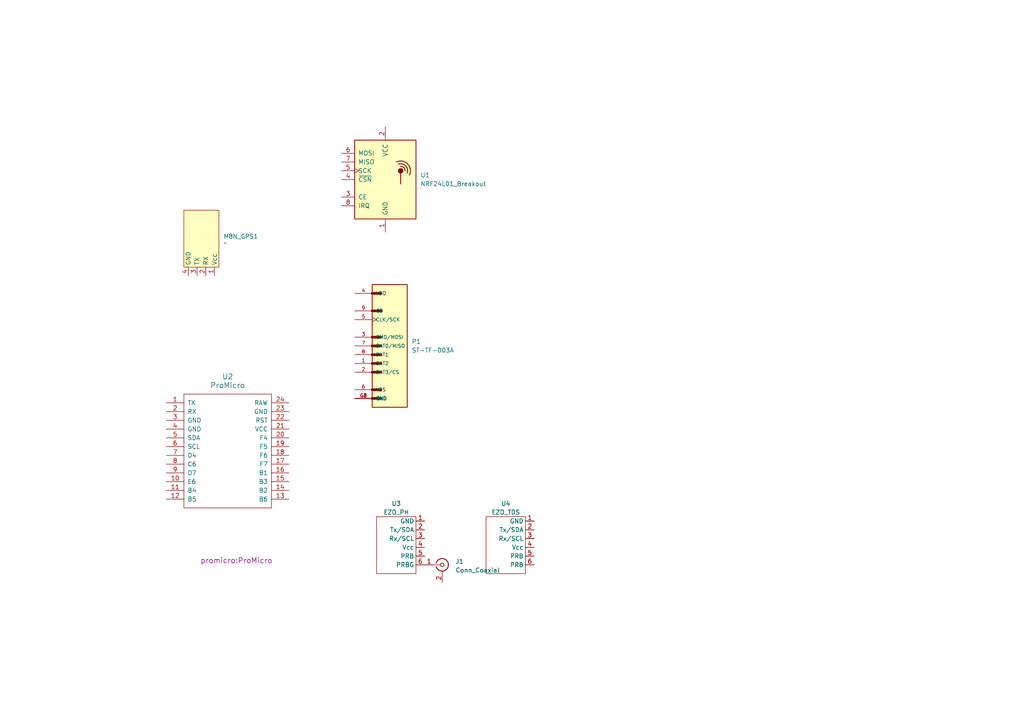
<source format=kicad_sch>
(kicad_sch (version 20231120) (generator "eeschema") (generator_version "8.0")
  (paper "A4")
  (lib_symbols
    (symbol "Connector:Conn_Coaxial" (pin_names (offset 1.016) hide)
      (property "Reference" "J" (at 0.254 3.048 0))
      (property "Value" "Conn_Coaxial" (at 2.921 0 90))
      (symbol "Conn_Coaxial_0_1"
        (arc (start -1.778 -0.508) (mid 0.2311 -1.8066) (end 1.778 0) (stroke (width 0.254)))
        (polyline (pts (xy -2.54 0) (xy -0.508 0)))
        (polyline (pts (xy 0 -2.54) (xy 0 -1.778)))
        (circle (center 0 0) (radius 0.508) (stroke (width 0.2032)))
        (arc (start 1.778 0) (mid 0.2099 1.8101) (end -1.778 0.508) (stroke (width 0.254)))
      )
      (symbol "Conn_Coaxial_1_1"
        (pin passive line (at -5.08 0 0) (length 2.54) (name "In") (number "1"))
        (pin passive line (at 0 -5.08 90) (length 2.54) (name "Ext") (number "2"))
      )
    )
    (symbol "Custom Libraries:Ublox_Neo_M8N_GPS"
      (property "Reference" "M8N_GPS" (at 6.604 8.636 0))
      (symbol "Ublox_Neo_M8N_GPS_1_1"
        (rectangle (start 11.43 6.35) (end 1.27 -10.16) (fill (type background)))
        (pin power_in line (at 10.16 -12.7 90) (length 2.54) (name "Vcc") (number "1"))
        (pin input line (at 7.62 -12.7 90) (length 2.54) (name "RX") (number "2"))
        (pin output line (at 5.08 -12.7 90) (length 2.54) (name "TX") (number "3"))
        (pin power_out line (at 2.54 -12.7 90) (length 2.54) (name "GND") (number "4"))
      )
    )
    (symbol "EZO_PH_1"
      (property "Reference" "U4" (at -3.175 6.35 0))
      (property "Value" "EZO_TDS" (at -3.175 3.81 0))
      (symbol "EZO_PH_1_0_1"
        (rectangle (start -8.89 2.54) (end 2.54 -13.97))
      )
      (symbol "EZO_PH_1_1_1"
        (pin input line (at 5.08 1.27 180) (length 2.54) (name "GND") (number "1"))
        (pin input line (at 5.08 -1.27 180) (length 2.54) (name "Tx/SDA") (number "2"))
        (pin input line (at 5.08 -3.81 180) (length 2.54) (name "Rx/SCL") (number "3"))
        (pin input line (at 5.08 -6.35 180) (length 2.54) (name "Vcc") (number "4"))
        (pin input line (at 5.08 -8.89 180) (length 2.54) (name "PRB") (number "5"))
        (pin input line (at 5.08 -11.43 180) (length 2.54) (name "PRB") (number "6"))
      )
    )
    (symbol "EZO_custom libraries:EZO_PH"
      (property "Reference" "U3" (at -3.175 6.35 0))
      (property "Value" "EZO_PH" (at -3.175 3.81 0))
      (symbol "EZO_PH_0_1"
        (rectangle (start -8.89 2.54) (end 2.54 -13.97))
      )
      (symbol "EZO_PH_1_1"
        (pin input line (at 5.08 1.27 180) (length 2.54) (name "GND") (number "1"))
        (pin input line (at 5.08 -1.27 180) (length 2.54) (name "Tx/SDA") (number "2"))
        (pin input line (at 5.08 -3.81 180) (length 2.54) (name "Rx/SCL") (number "3"))
        (pin input line (at 5.08 -6.35 180) (length 2.54) (name "Vcc") (number "4"))
        (pin input line (at 5.08 -8.89 180) (length 2.54) (name "PRB") (number "5"))
        (pin input line (at 5.08 -11.43 180) (length 2.54) (name "PRBG") (number "6"))
      )
    )
    (symbol "RF:NRF24L01_Breakout" (pin_names (offset 1.016))
      (property "Reference" "U" (at -8.89 12.7 0))
      (property "Value" "NRF24L01_Breakout" (at 3.81 12.7 0))
      (symbol "NRF24L01_Breakout_0_1"
        (rectangle (start -8.89 11.43) (end 8.89 -11.43) (stroke (width 0.254)) (fill (type background)))
        (polyline (pts (xy 4.445 1.905) (xy 4.445 -1.27)) (stroke (width 0.254)))
        (circle (center 4.445 2.54) (radius 0.635) (stroke (width 0.254)) (fill (type outline)))
        (arc (start 5.715 2.54) (mid 5.3521 3.4546) (end 4.445 3.81) (stroke (width 0.254)))
        (arc (start 6.35 1.905) (mid 5.8763 3.9854) (end 3.81 4.445) (stroke (width 0.254)))
        (arc (start 6.985 1.27) (mid 6.453 4.548) (end 3.175 5.08) (stroke (width 0.254)))
      )
      (symbol "NRF24L01_Breakout_1_1"
        (pin power_in line (at 0 -15.24 90) (length 3.81) (name "GND") (number "1"))
        (pin power_in line (at 0 15.24 270) (length 3.81) (name "VCC") (number "2"))
        (pin input line (at -12.7 -5.08 0) (length 3.81) (name "CE") (number "3"))
        (pin input line (at -12.7 0 0) (length 3.81) (name "~{CSN}") (number "4"))
        (pin input clock (at -12.7 2.54 0) (length 3.81) (name "SCK") (number "5"))
        (pin input line (at -12.7 7.62 0) (length 3.81) (name "MOSI") (number "6"))
        (pin output line (at -12.7 5.08 0) (length 3.81) (name "MISO") (number "7"))
        (pin output line (at -12.7 -7.62 0) (length 3.81) (name "IRQ") (number "8"))
      )
    )
    (symbol "ST-TF-003A:ST-TF-003A" (pin_names (offset 1.016))
      (property "Reference" "P1" (at 11.43 1.2701 0))
      (property "Value" "ST-TF-003A" (at 11.43 -1.2699 0))
      (symbol "ST-TF-003A_0_0"
        (rectangle (start 0 -17.78) (end 10.16 17.78) (stroke (width 0.254)) (fill (type background)))
        (polyline (pts (xy 0 -15.24) (xy 2.54 -15.24)) (stroke (width 0.762)))
        (polyline (pts (xy 0 -12.7) (xy 2.54 -12.7)) (stroke (width 0.762)))
        (polyline (pts (xy 0 -7.62) (xy 2.54 -7.62)) (stroke (width 0.762)))
        (polyline (pts (xy 0 -5.08) (xy 2.54 -5.08)) (stroke (width 0.762)))
        (polyline (pts (xy 0 -2.54) (xy 2.54 -2.54)) (stroke (width 0.762)))
        (polyline (pts (xy 0 0) (xy 2.54 0)) (stroke (width 0.762)))
        (polyline (pts (xy 0 2.54) (xy 2.54 2.54)) (stroke (width 0.762)))
        (polyline (pts (xy 0 10.16) (xy 2.54 10.16)) (stroke (width 0.762)))
        (polyline (pts (xy 0 15.24) (xy 2.54 15.24)) (stroke (width 0.762)))
        (pin bidirectional line (at -5.08 -5.08 0) (length 5.08) (name "DAT2") (number "1"))
        (pin power_in line (at -5.08 15.24 0) (length 5.08) (name "VDD") (number "4"))
        (pin passive line (at -5.08 -12.7 0) (length 5.08) (name "VSS") (number "6"))
        (pin bidirectional line (at -5.08 -2.54 0) (length 5.08) (name "DAT1") (number "8"))
        (pin input line (at -5.08 10.16 0) (length 5.08) (name "CD") (number "9"))
        (pin passive line (at -5.08 -15.24 0) (length 5.08) (name "GND") (number "G2"))
        (pin passive line (at -5.08 -15.24 0) (length 5.08) (name "GND") (number "G3"))
        (pin passive line (at -5.08 -15.24 0) (length 5.08) (name "GND") (number "G4"))
      )
      (symbol "ST-TF-003A_1_0"
        (pin bidirectional line (at -5.08 -7.62 0) (length 5.08) (name "DAT3/CS") (number "2"))
        (pin bidirectional line (at -5.08 2.54 0) (length 5.08) (name "CMD/MOSI") (number "3"))
        (pin input clock (at -5.08 7.62 0) (length 5.08) (name "CLK/SCK") (number "5"))
        (pin bidirectional line (at -5.08 0 0) (length 5.08) (name "DAT0/MISO") (number "7"))
        (pin passive line (at -5.08 -15.24 0) (length 5.08) (name "GND") (number "G1"))
      )
    )
    (symbol "promicro:ProMicro" (pin_names (offset 1.016))
      (property "Reference" "U" (at 0 24.13 0))
      (property "Value" "ProMicro" (at 0 -13.97 0))
      (symbol "ProMicro_0_1"
        (rectangle (start -12.7 21.59) (end 12.7 -11.43))
      )
      (symbol "ProMicro_1_1"
        (pin bidirectional line (at -17.78 19.05 0) (length 5.08) (name "TX") (number "1"))
        (pin bidirectional line (at -17.78 -3.81 0) (length 5.08) (name "E6") (number "10"))
        (pin bidirectional line (at -17.78 -6.35 0) (length 5.08) (name "B4") (number "11"))
        (pin bidirectional line (at -17.78 -8.89 0) (length 5.08) (name "B5") (number "12"))
        (pin bidirectional line (at 17.78 -8.89 180) (length 5.08) (name "B6") (number "13"))
        (pin bidirectional line (at 17.78 -6.35 180) (length 5.08) (name "B2") (number "14"))
        (pin bidirectional line (at 17.78 -3.81 180) (length 5.08) (name "B3") (number "15"))
        (pin bidirectional line (at 17.78 -1.27 180) (length 5.08) (name "B1") (number "16"))
        (pin bidirectional line (at 17.78 1.27 180) (length 5.08) (name "F7") (number "17"))
        (pin bidirectional line (at 17.78 3.81 180) (length 5.08) (name "F6") (number "18"))
        (pin bidirectional line (at 17.78 6.35 180) (length 5.08) (name "F5") (number "19"))
        (pin bidirectional line (at -17.78 16.51 0) (length 5.08) (name "RX") (number "2"))
        (pin bidirectional line (at 17.78 8.89 180) (length 5.08) (name "F4") (number "20"))
        (pin power_in line (at 17.78 11.43 180) (length 5.08) (name "VCC") (number "21"))
        (pin input line (at 17.78 13.97 180) (length 5.08) (name "RST") (number "22"))
        (pin power_in line (at 17.78 16.51 180) (length 5.08) (name "GND") (number "23"))
        (pin power_out line (at 17.78 19.05 180) (length 5.08) (name "RAW") (number "24"))
        (pin power_in line (at -17.78 13.97 0) (length 5.08) (name "GND") (number "3"))
        (pin power_in line (at -17.78 11.43 0) (length 5.08) (name "GND") (number "4"))
        (pin bidirectional line (at -17.78 8.89 0) (length 5.08) (name "SDA") (number "5"))
        (pin bidirectional line (at -17.78 6.35 0) (length 5.08) (name "SCL") (number "6"))
        (pin bidirectional line (at -17.78 3.81 0) (length 5.08) (name "D4") (number "7"))
        (pin bidirectional line (at -17.78 1.27 0) (length 5.08) (name "C6") (number "8"))
        (pin bidirectional line (at -17.78 -1.27 0) (length 5.08) (name "D7") (number "9"))
      )
    )
  )
  (symbol (lib_id "Connector:Conn_Coaxial") (at 128.27 163.83 0) (unit 1)
    (property "Reference" "J1" (at 132.08 162.8531 0) (effects (justify left)))
    (property "Value" "Conn_Coaxial" (at 132.08 165.3931 0) (effects (justify left)))
    (property "Footprint" "Connector_Coaxial:SMA_Amphenol_901-143_Horizontal" (effects (hide yes)))
    (property "Description" "coaxial connector (BNC, SMA, SMB, SMC, Cinch/RCA, LEMO, ...)" (effects (hide yes)))
  )
  (symbol (lib_id "promicro:ProMicro") (at 66.04 135.89 0) (unit 1)
    (property "Reference" "U2" (at 66.04 109.22 0) (effects (font (size 1.524 1.524))))
    (property "Value" "ProMicro" (at 66.04 111.76 0) (effects (font (size 1.524 1.524))))
    (property "Footprint" "promicro:ProMicro" (at 68.58 162.56 0) (effects (font (size 1.524 1.524))))
  )
  (symbol (lib_id "EZO_custom libraries:EZO_PH") (at 118.11 152.4 0) (unit 1)
    (property "Reference" "U3" (at 114.935 146.05 0))
    (property "Value" "EZO_PH" (at 114.935 148.59 0))
    (property "Footprint" "EZO_PH:EZO_PH" (effects (hide yes)))
  )
  (symbol (lib_id "RF:NRF24L01_Breakout") (at 111.76 52.07 0) (unit 1)
    (property "Reference" "U1" (at 121.92 50.7999 0) (effects (justify left)))
    (property "Value" "NRF24L01_Breakout" (at 121.92 53.3399 0) (effects (justify left)))
    (property "Footprint" "NRF24L01+PA-LNA:NRF24L01+PA/LNA-FOOTPRINT" (effects (hide yes)))
    (property "Datasheet" "http://www.nordicsemi.com/eng/content/download/2730/34105/file/nRF24L01_Product_Specification_v2_0.pdf" (effects (hide yes)))
    (property "Description" "Ultra low power 2.4GHz RF Transceiver, Carrier PCB" (effects (hide yes)))
  )
  (symbol (lib_name "EZO_PH_1") (lib_id "EZO_custom libraries:EZO_PH") (at 149.86 152.4 0) (unit 1)
    (property "Reference" "U4" (at 146.685 146.05 0))
    (property "Value" "EZO_TDS" (at 146.685 148.59 0))
    (property "Footprint" "EZO_TDS:EZO_TDS" (effects (hide yes)))
  )
  (symbol (lib_id "ST-TF-003A:ST-TF-003A") (at 107.95 100.33 0) (unit 1)
    (property "Reference" "P1" (at 119.38 99.0599 0) (effects (justify left)))
    (property "Value" "ST-TF-003A" (at 119.38 101.5999 0) (effects (justify left)))
    (property "Footprint" "ST-TF-003A:SUNTECH_ST-TF-003A" (effects (hide yes)))
    (property "MF" "Suntech" (effects (hide yes)))
    (property "Description_1" "\nMicro SD Card Socket\n" (effects (hide yes)))
    (property "Package" "None" (effects (hide yes)))
    (property "Price" "None" (effects (hide yes)))
    (property "Check_prices" "https://www.snapeda.com/parts/ST-TF-003A/Suntech/view-part/?ref=eda" (effects (hide yes)))
    (property "SnapEDA_Link" "https://www.snapeda.com/parts/ST-TF-003A/Suntech/view-part/?ref=snap" (effects (hide yes)))
    (property "MP" "ST-TF-003A" (effects (hide yes)))
    (property "Availability" "Not in stock" (effects (hide yes)))
    (property "MANUFACTURER" "Suntech" (effects (hide yes)))
  )
  (symbol (lib_id "Custom Libraries:Ublox_Neo_M8N_GPS") (at 52.07 67.31 0) (unit 1)
    (property "Reference" "M8N_GPS1" (at 64.77 68.5799 0) (effects (justify left)))
    (property "Value" "~" (at 64.77 70.485 0) (effects (justify left)))
    (property "Footprint" "Ublox_Neo_M8N_GPS:Ublox_Neo_M8N_GPS" (effects (hide yes)))
  )
)
</source>
